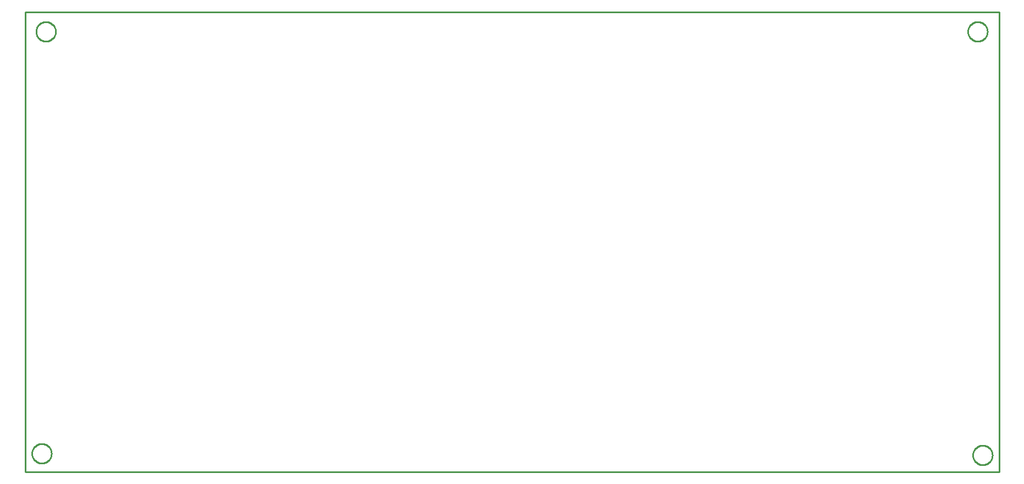
<source format=gbr>
G04 EAGLE Gerber RS-274X export*
G75*
%MOMM*%
%FSLAX34Y34*%
%LPD*%
%IN*%
%IPPOS*%
%AMOC8*
5,1,8,0,0,1.08239X$1,22.5*%
G01*
%ADD10C,0.254000*%


D10*
X0Y0D02*
X1498400Y0D01*
X1498400Y707900D01*
X0Y707900D01*
X0Y0D01*
X46750Y677644D02*
X46674Y676576D01*
X46521Y675515D01*
X46293Y674468D01*
X45991Y673440D01*
X45617Y672436D01*
X45172Y671461D01*
X44658Y670521D01*
X44079Y669620D01*
X43437Y668762D01*
X42735Y667952D01*
X41978Y667195D01*
X41168Y666493D01*
X40310Y665851D01*
X39409Y665272D01*
X38469Y664758D01*
X37494Y664313D01*
X36490Y663939D01*
X35462Y663637D01*
X34415Y663409D01*
X33354Y663256D01*
X32286Y663180D01*
X31214Y663180D01*
X30146Y663256D01*
X29085Y663409D01*
X28038Y663637D01*
X27010Y663939D01*
X26006Y664313D01*
X25031Y664758D01*
X24091Y665272D01*
X23190Y665851D01*
X22332Y666493D01*
X21522Y667195D01*
X20765Y667952D01*
X20063Y668762D01*
X19421Y669620D01*
X18842Y670521D01*
X18328Y671461D01*
X17883Y672436D01*
X17509Y673440D01*
X17207Y674468D01*
X16979Y675515D01*
X16826Y676576D01*
X16750Y677644D01*
X16750Y678716D01*
X16826Y679784D01*
X16979Y680845D01*
X17207Y681892D01*
X17509Y682920D01*
X17883Y683924D01*
X18328Y684899D01*
X18842Y685839D01*
X19421Y686740D01*
X20063Y687598D01*
X20765Y688408D01*
X21522Y689165D01*
X22332Y689867D01*
X23190Y690509D01*
X24091Y691088D01*
X25031Y691602D01*
X26006Y692047D01*
X27010Y692421D01*
X28038Y692723D01*
X29085Y692951D01*
X30146Y693104D01*
X31214Y693180D01*
X32286Y693180D01*
X33354Y693104D01*
X34415Y692951D01*
X35462Y692723D01*
X36490Y692421D01*
X37494Y692047D01*
X38469Y691602D01*
X39409Y691088D01*
X40310Y690509D01*
X41168Y689867D01*
X41978Y689165D01*
X42735Y688408D01*
X43437Y687598D01*
X44079Y686740D01*
X44658Y685839D01*
X45172Y684899D01*
X45617Y683924D01*
X45991Y682920D01*
X46293Y681892D01*
X46521Y680845D01*
X46674Y679784D01*
X46750Y678716D01*
X46750Y677644D01*
X40400Y27404D02*
X40324Y26336D01*
X40171Y25275D01*
X39943Y24228D01*
X39641Y23200D01*
X39267Y22196D01*
X38822Y21221D01*
X38308Y20281D01*
X37729Y19380D01*
X37087Y18522D01*
X36385Y17712D01*
X35628Y16955D01*
X34818Y16253D01*
X33960Y15611D01*
X33059Y15032D01*
X32119Y14518D01*
X31144Y14073D01*
X30140Y13699D01*
X29112Y13397D01*
X28065Y13169D01*
X27004Y13016D01*
X25936Y12940D01*
X24864Y12940D01*
X23796Y13016D01*
X22735Y13169D01*
X21688Y13397D01*
X20660Y13699D01*
X19656Y14073D01*
X18681Y14518D01*
X17741Y15032D01*
X16840Y15611D01*
X15982Y16253D01*
X15172Y16955D01*
X14415Y17712D01*
X13713Y18522D01*
X13071Y19380D01*
X12492Y20281D01*
X11978Y21221D01*
X11533Y22196D01*
X11159Y23200D01*
X10857Y24228D01*
X10629Y25275D01*
X10476Y26336D01*
X10400Y27404D01*
X10400Y28476D01*
X10476Y29544D01*
X10629Y30605D01*
X10857Y31652D01*
X11159Y32680D01*
X11533Y33684D01*
X11978Y34659D01*
X12492Y35599D01*
X13071Y36500D01*
X13713Y37358D01*
X14415Y38168D01*
X15172Y38925D01*
X15982Y39627D01*
X16840Y40269D01*
X17741Y40848D01*
X18681Y41362D01*
X19656Y41807D01*
X20660Y42181D01*
X21688Y42483D01*
X22735Y42711D01*
X23796Y42864D01*
X24864Y42940D01*
X25936Y42940D01*
X27004Y42864D01*
X28065Y42711D01*
X29112Y42483D01*
X30140Y42181D01*
X31144Y41807D01*
X32119Y41362D01*
X33059Y40848D01*
X33960Y40269D01*
X34818Y39627D01*
X35628Y38925D01*
X36385Y38168D01*
X37087Y37358D01*
X37729Y36500D01*
X38308Y35599D01*
X38822Y34659D01*
X39267Y33684D01*
X39641Y32680D01*
X39943Y31652D01*
X40171Y30605D01*
X40324Y29544D01*
X40400Y28476D01*
X40400Y27404D01*
X1488200Y24864D02*
X1488124Y23796D01*
X1487971Y22735D01*
X1487743Y21688D01*
X1487441Y20660D01*
X1487067Y19656D01*
X1486622Y18681D01*
X1486108Y17741D01*
X1485529Y16840D01*
X1484887Y15982D01*
X1484185Y15172D01*
X1483428Y14415D01*
X1482618Y13713D01*
X1481760Y13071D01*
X1480859Y12492D01*
X1479919Y11978D01*
X1478944Y11533D01*
X1477940Y11159D01*
X1476912Y10857D01*
X1475865Y10629D01*
X1474804Y10476D01*
X1473736Y10400D01*
X1472664Y10400D01*
X1471596Y10476D01*
X1470535Y10629D01*
X1469488Y10857D01*
X1468460Y11159D01*
X1467456Y11533D01*
X1466481Y11978D01*
X1465541Y12492D01*
X1464640Y13071D01*
X1463782Y13713D01*
X1462972Y14415D01*
X1462215Y15172D01*
X1461513Y15982D01*
X1460871Y16840D01*
X1460292Y17741D01*
X1459778Y18681D01*
X1459333Y19656D01*
X1458959Y20660D01*
X1458657Y21688D01*
X1458429Y22735D01*
X1458276Y23796D01*
X1458200Y24864D01*
X1458200Y25936D01*
X1458276Y27004D01*
X1458429Y28065D01*
X1458657Y29112D01*
X1458959Y30140D01*
X1459333Y31144D01*
X1459778Y32119D01*
X1460292Y33059D01*
X1460871Y33960D01*
X1461513Y34818D01*
X1462215Y35628D01*
X1462972Y36385D01*
X1463782Y37087D01*
X1464640Y37729D01*
X1465541Y38308D01*
X1466481Y38822D01*
X1467456Y39267D01*
X1468460Y39641D01*
X1469488Y39943D01*
X1470535Y40171D01*
X1471596Y40324D01*
X1472664Y40400D01*
X1473736Y40400D01*
X1474804Y40324D01*
X1475865Y40171D01*
X1476912Y39943D01*
X1477940Y39641D01*
X1478944Y39267D01*
X1479919Y38822D01*
X1480859Y38308D01*
X1481760Y37729D01*
X1482618Y37087D01*
X1483428Y36385D01*
X1484185Y35628D01*
X1484887Y34818D01*
X1485529Y33960D01*
X1486108Y33059D01*
X1486622Y32119D01*
X1487067Y31144D01*
X1487441Y30140D01*
X1487743Y29112D01*
X1487971Y28065D01*
X1488124Y27004D01*
X1488200Y25936D01*
X1488200Y24864D01*
X1480580Y677644D02*
X1480504Y676576D01*
X1480351Y675515D01*
X1480123Y674468D01*
X1479821Y673440D01*
X1479447Y672436D01*
X1479002Y671461D01*
X1478488Y670521D01*
X1477909Y669620D01*
X1477267Y668762D01*
X1476565Y667952D01*
X1475808Y667195D01*
X1474998Y666493D01*
X1474140Y665851D01*
X1473239Y665272D01*
X1472299Y664758D01*
X1471324Y664313D01*
X1470320Y663939D01*
X1469292Y663637D01*
X1468245Y663409D01*
X1467184Y663256D01*
X1466116Y663180D01*
X1465044Y663180D01*
X1463976Y663256D01*
X1462915Y663409D01*
X1461868Y663637D01*
X1460840Y663939D01*
X1459836Y664313D01*
X1458861Y664758D01*
X1457921Y665272D01*
X1457020Y665851D01*
X1456162Y666493D01*
X1455352Y667195D01*
X1454595Y667952D01*
X1453893Y668762D01*
X1453251Y669620D01*
X1452672Y670521D01*
X1452158Y671461D01*
X1451713Y672436D01*
X1451339Y673440D01*
X1451037Y674468D01*
X1450809Y675515D01*
X1450656Y676576D01*
X1450580Y677644D01*
X1450580Y678716D01*
X1450656Y679784D01*
X1450809Y680845D01*
X1451037Y681892D01*
X1451339Y682920D01*
X1451713Y683924D01*
X1452158Y684899D01*
X1452672Y685839D01*
X1453251Y686740D01*
X1453893Y687598D01*
X1454595Y688408D01*
X1455352Y689165D01*
X1456162Y689867D01*
X1457020Y690509D01*
X1457921Y691088D01*
X1458861Y691602D01*
X1459836Y692047D01*
X1460840Y692421D01*
X1461868Y692723D01*
X1462915Y692951D01*
X1463976Y693104D01*
X1465044Y693180D01*
X1466116Y693180D01*
X1467184Y693104D01*
X1468245Y692951D01*
X1469292Y692723D01*
X1470320Y692421D01*
X1471324Y692047D01*
X1472299Y691602D01*
X1473239Y691088D01*
X1474140Y690509D01*
X1474998Y689867D01*
X1475808Y689165D01*
X1476565Y688408D01*
X1477267Y687598D01*
X1477909Y686740D01*
X1478488Y685839D01*
X1479002Y684899D01*
X1479447Y683924D01*
X1479821Y682920D01*
X1480123Y681892D01*
X1480351Y680845D01*
X1480504Y679784D01*
X1480580Y678716D01*
X1480580Y677644D01*
M02*

</source>
